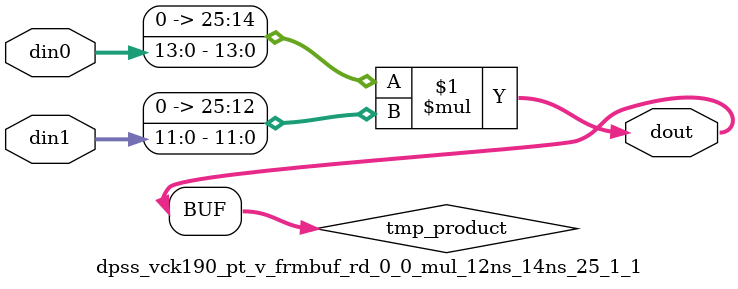
<source format=v>

`timescale 1 ns / 1 ps

  (* use_dsp = "yes" *)  module dpss_vck190_pt_v_frmbuf_rd_0_0_mul_12ns_14ns_25_1_1(din0, din1, dout);
parameter ID = 1;
parameter NUM_STAGE = 0;
parameter din0_WIDTH = 14;
parameter din1_WIDTH = 12;
parameter dout_WIDTH = 26;

input [din0_WIDTH - 1 : 0] din0; 
input [din1_WIDTH - 1 : 0] din1; 
output [dout_WIDTH - 1 : 0] dout;

wire signed [dout_WIDTH - 1 : 0] tmp_product;










assign tmp_product = $signed({1'b0, din0}) * $signed({1'b0, din1});











assign dout = tmp_product;







endmodule

</source>
